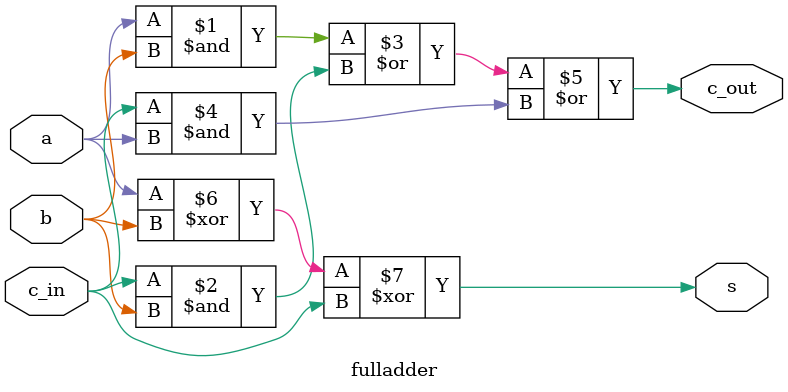
<source format=v>
`timescale 1ns / 1ns // `timescale time_unit/time_precision



module part1(a, b, c_in, s, c_out);

    input [3:0] a;
	 input [3:0] b;
	 input c_in;
    output [3:0] s;
	 output [3:0] c_out;

    fulladder u1(a[0],b[0],c_in,s[0],c_out[0]);
	 fulladder u2(a[1],b[1],c_out[0],s[1],c_out[1]);
	 fulladder u3(a[2],b[2],c_out[1],s[2],c_out[2]);
	 fulladder u4(a[3],b[3],c_out[2],s[3],c_out[3]);
	 
endmodule


module fulladder(a, b, c_in, s, c_out);

	input a, b, c_in;
	output s, c_out;
	
	assign c_out = (a&b)|(c_in&b)|(c_in&a);
	assign s = a^b^c_in;
	
endmodule


</source>
